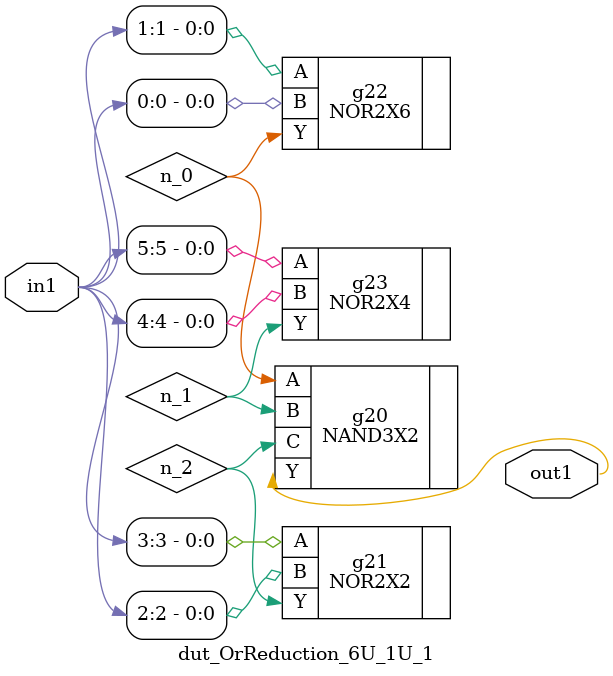
<source format=v>
`timescale 1ps / 1ps


module dut_OrReduction_6U_1U_1(in1, out1);
  input [5:0] in1;
  output out1;
  wire [5:0] in1;
  wire out1;
  wire n_0, n_1, n_2;
  NAND3X2 g20(.A (n_0), .B (n_1), .C (n_2), .Y (out1));
  NOR2X2 g21(.A (in1[3]), .B (in1[2]), .Y (n_2));
  NOR2X4 g23(.A (in1[5]), .B (in1[4]), .Y (n_1));
  NOR2X6 g22(.A (in1[1]), .B (in1[0]), .Y (n_0));
endmodule



</source>
